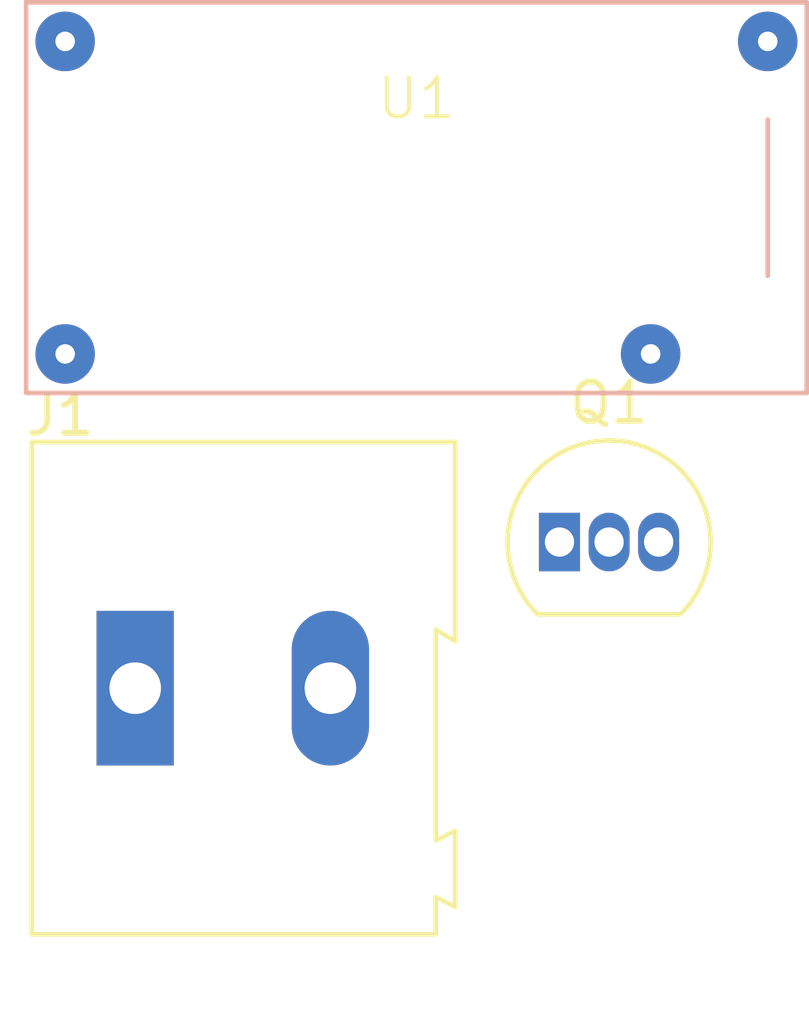
<source format=kicad_pcb>
(kicad_pcb (version 20221018) (generator pcbnew)
  (layers (0 "F.Cu" signal) (31 "B.Cu" signal) (34 "B.Paste" user) (35 "F.Paste" user) (36 "B.SilkS" user "B.Silkscreen") (37 "F.SilkS" user "F.Silkscreen") (38 "B.Mask" user) (39 "F.Mask" user) (44 "Edge.Cuts" user))
  (net 0 "")
  (net 1 "Net-(J1-Pin_1)")
  (net 2 "Net-(J1-Pin_2)")
  (net 3 "Net-(Q1-C)")
  (net 4 "GND")
  (footprint "Relay_THT:RSEIV-JMU" (layer "F.Cu") (at 149.243 71.449)
    (fp_text reference "U1" (at 0 -2.54 unlocked) (layer "F.SilkS") (effects (font (thickness 0.1))))
    (fp_text value "~")
    (fp_line (start 9 -2) (end 9 2) (stroke (width 0.12)) (layer "B.SilkS"))
    (fp_rect (start -10 -5) (end 10 5) (stroke (width 0.12)) (fill none) (layer "B.SilkS"))
    (pad "1" thru_hole circle (at -9 -4) (size 1.524 1.524) (drill 0.5) (layers "*.Cu" "*.Mask") (net 1 "Net-(J1-Pin_1)"))
    (pad "2" thru_hole circle (at -9 4) (size 1.524 1.524) (drill 0.5) (layers "*.Cu" "*.Mask") (net 3 "Net-(Q1-C)"))
    (pad "3" thru_hole circle (at 9 -4) (size 1.524 1.524) (drill 0.5) (layers "*.Cu" "*.Mask"))
    (pad "4" thru_hole circle (at 6 4) (size 1.524 1.524) (drill 0.5) (layers "*.Cu" "*.Mask"))
  )
  (footprint "Package_TO_SOT_THT:TO-92_Inline" (layer "F.Cu") (at 152.908 80.264)
    (fp_text reference "Q1" (at 1.27 -3.56) (layer "F.SilkS"))
    (fp_text value "BC548")
    (fp_line (start -0.53 1.85) (end 3.07 1.85) (stroke (width 0.12)) (layer "F.SilkS"))
    (fp_arc (start -0.568478 1.838478) (mid -1.132087 -0.994977) (end 1.27 -2.6) (stroke (width 0.12)) (layer "F.SilkS"))
    (fp_arc (start 1.27 -2.6) (mid 3.672087 -0.994977) (end 3.108478 1.838478) (stroke (width 0.12)) (layer "F.SilkS"))
    (pad "1" thru_hole rect (at 0 0) (size 1.05 1.5) (drill 0.75) (layers "*.Cu" "*.Mask") (net 3 "Net-(Q1-C)"))
    (pad "2" thru_hole oval (at 1.27 0) (size 1.05 1.5) (drill 0.75) (layers "*.Cu" "*.Mask") (net 2 "Net-(J1-Pin_2)"))
    (pad "3" thru_hole oval (at 2.54 0) (size 1.05 1.5) (drill 0.75) (layers "*.Cu" "*.Mask") (net 4 "GND"))
  )
  (footprint "TerminalBlock:TerminalBlock_Altech_AK300-2_P5.00mm" (layer "F.Cu") (at 142.038 84.004)
    (fp_text reference "J1" (at -1.92 -6.99) (layer "F.SilkS"))
    (fp_text value "Conn_01x02_Pin")
    (fp_line (start -2.65 -6.3) (end -2.65 6.3) (stroke (width 0.12)) (layer "F.SilkS"))
    (fp_line (start -2.65 6.3) (end 7.7 6.3) (stroke (width 0.12)) (layer "F.SilkS"))
    (fp_line (start 7.7 -1.5) (end 8.2 -1.2) (stroke (width 0.12)) (layer "F.SilkS"))
    (fp_line (start 7.7 3.9) (end 7.7 -1.5) (stroke (width 0.12)) (layer "F.SilkS"))
    (fp_line (start 7.7 5.35) (end 8.2 5.6) (stroke (width 0.12)) (layer "F.SilkS"))
    (fp_line (start 7.7 6.3) (end 7.7 5.35) (stroke (width 0.12)) (layer "F.SilkS"))
    (fp_line (start 8.2 -6.3) (end -2.65 -6.3) (stroke (width 0.12)) (layer "F.SilkS"))
    (fp_line (start 8.2 -1.2) (end 8.2 -6.3) (stroke (width 0.12)) (layer "F.SilkS"))
    (fp_line (start 8.2 3.65) (end 7.7 3.9) (stroke (width 0.12)) (layer "F.SilkS"))
    (fp_line (start 8.2 3.7) (end 8.2 3.65) (stroke (width 0.12)) (layer "F.SilkS"))
    (fp_line (start 8.2 5.6) (end 8.2 3.7) (stroke (width 0.12)) (layer "F.SilkS"))
    (pad "1" thru_hole rect (at 0 0) (size 1.98 3.96) (drill 1.32) (layers "*.Cu" "*.Mask") (net 1 "Net-(J1-Pin_1)"))
    (pad "2" thru_hole oval (at 5 0) (size 1.98 3.96) (drill 1.32) (layers "*.Cu" "*.Mask") (net 2 "Net-(J1-Pin_2)"))
  )
)
</source>
